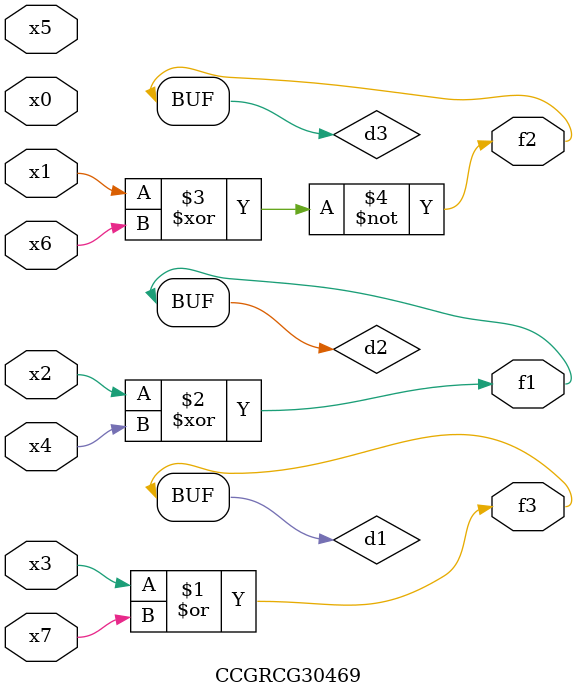
<source format=v>
module CCGRCG30469(
	input x0, x1, x2, x3, x4, x5, x6, x7,
	output f1, f2, f3
);

	wire d1, d2, d3;

	or (d1, x3, x7);
	xor (d2, x2, x4);
	xnor (d3, x1, x6);
	assign f1 = d2;
	assign f2 = d3;
	assign f3 = d1;
endmodule

</source>
